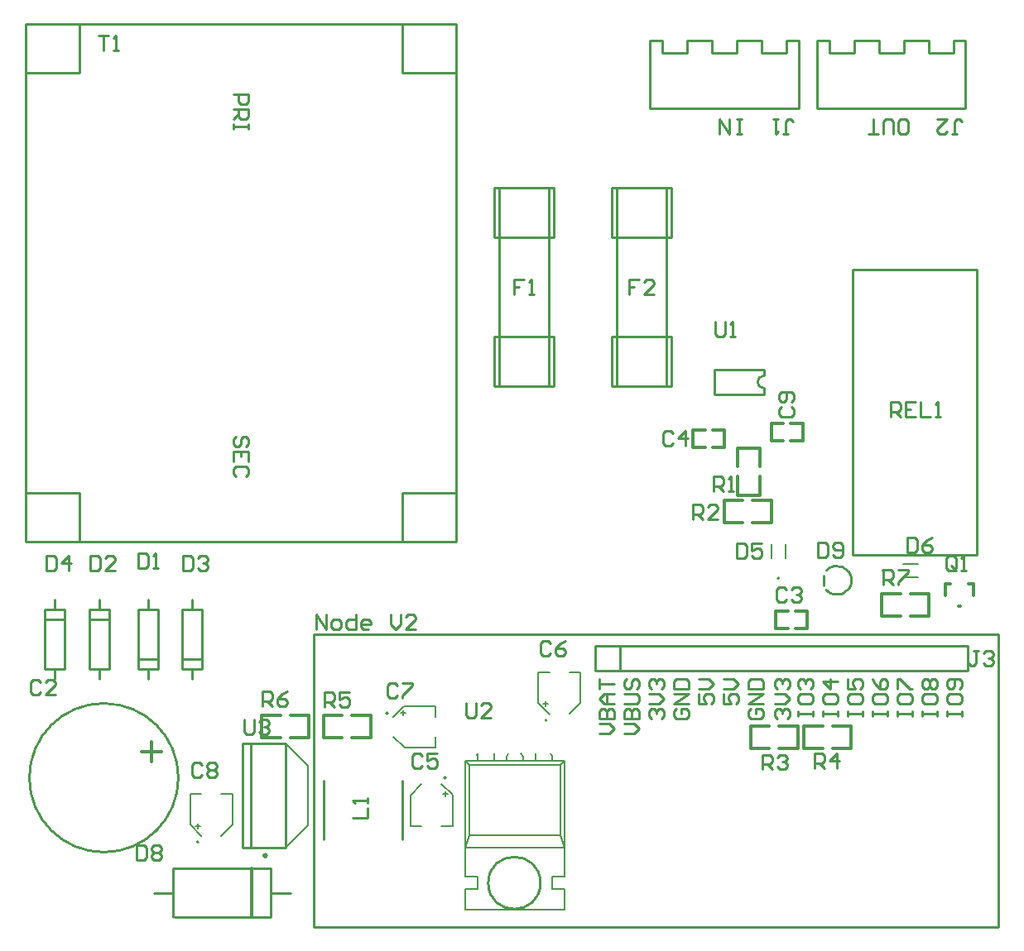
<source format=gbr>
%TF.GenerationSoftware,Altium Limited,Altium Designer,24.0.1 (36)*%
G04 Layer_Color=65535*
%FSLAX45Y45*%
%MOMM*%
%TF.SameCoordinates,95B5C6B2-F670-4A0E-B731-85317CB4A22F*%
%TF.FilePolarity,Positive*%
%TF.FileFunction,Legend,Top*%
%TF.Part,Single*%
G01*
G75*
%TA.AperFunction,NonConductor*%
%ADD27C,0.25400*%
%ADD46C,0.20000*%
%ADD47C,0.12700*%
%ADD48C,0.30480*%
%ADD49C,0.30000*%
%ADD50R,0.35000X0.35000*%
D27*
X5314993Y452032D02*
G03*
X5314993Y452032I-266700J0D01*
G01*
X8238898Y3451243D02*
G03*
X8238898Y3648757I111102J98757D01*
G01*
X1612000Y1529215D02*
G03*
X1612000Y1529215I-762000J0D01*
G01*
X7599900Y5644566D02*
G03*
X7599900Y5517566I0J-63500D01*
G01*
X3000000Y0D02*
Y3000000D01*
X10000000D01*
Y2900000D02*
Y3000000D01*
Y0D02*
Y2900000D01*
X3000000Y0D02*
X10000000D01*
X9683000Y2813500D02*
Y2877000D01*
Y2623000D02*
Y2686500D01*
X5873000Y2623000D02*
X9683000Y2623000D01*
Y2686500D02*
Y2813500D01*
X5873000Y2877000D02*
X9683000Y2877000D01*
X5873000Y2623000D02*
Y2877000D01*
X6127000Y2623000D02*
Y2877000D01*
X8146000Y8382500D02*
Y9081000D01*
Y8382500D02*
X8643000D01*
X9662000D02*
Y8463500D01*
X8643000Y8382500D02*
X9662000D01*
Y8463500D02*
Y9081000D01*
X9543000Y8954000D02*
Y9081000D01*
X9289000Y8954000D02*
Y9081000D01*
X9035000Y8954000D02*
Y9081000D01*
X8781000Y8954000D02*
Y9081000D01*
X8527000Y8954000D02*
Y9081000D01*
X8273000Y8954000D02*
Y9081000D01*
X9543000D02*
X9662000D01*
X9289000Y8954000D02*
X9543000D01*
X9035000Y9081000D02*
X9289000D01*
X9035000Y8954000D02*
Y9081000D01*
X8781000Y8954000D02*
X9035000D01*
X8781000D02*
Y9081000D01*
X8527000D02*
X8781000D01*
X8273000Y8954000D02*
X8527000D01*
X8146000Y9081000D02*
X8273000D01*
X6604813Y5534330D02*
X6655613D01*
Y6042330D01*
X6604813D02*
X6655613D01*
X6604813Y7058330D02*
X6655613D01*
Y7566330D01*
X6604813D02*
X6655613D01*
X6046013Y5534330D02*
X6096813D01*
X6046013D02*
Y6042330D01*
X6096813D01*
X6046013Y7058330D02*
X6096813D01*
X6046013D02*
Y7566330D01*
X6096813D01*
Y6042330D02*
X6604813D01*
X6096813Y7058330D02*
X6604813D01*
X6096813Y5534330D02*
Y7566330D01*
Y5534330D02*
X6604813D01*
Y7566330D01*
X6096813D02*
X6604813D01*
X5404813Y5534330D02*
X5455613D01*
Y6042330D01*
X5404813D02*
X5455613D01*
X5404813Y7058330D02*
X5455613D01*
Y7566330D01*
X5404813D02*
X5455613D01*
X4846013Y5534330D02*
X4896813D01*
X4846013D02*
Y6042330D01*
X4896813D01*
X4846013Y7058330D02*
X4896813D01*
X4846013D02*
Y7566330D01*
X4896813D01*
Y6042330D02*
X5404813D01*
X4896813Y7058330D02*
X5404813D01*
X4896813Y5534330D02*
Y7566330D01*
Y5534330D02*
X5404813D01*
Y7566330D01*
X4896813D02*
X5404813D01*
X6438000Y8382500D02*
Y9081000D01*
Y8382500D02*
X6935000D01*
X7954000D02*
Y8463500D01*
X6935000Y8382500D02*
X7954000D01*
Y8463500D02*
Y9081000D01*
X7835000Y8954000D02*
Y9081000D01*
X7581000Y8954000D02*
Y9081000D01*
X7327000Y8954000D02*
Y9081000D01*
X7073000Y8954000D02*
Y9081000D01*
X6819000Y8954000D02*
Y9081000D01*
X6565000Y8954000D02*
Y9081000D01*
X7835000D02*
X7954000D01*
X7581000Y8954000D02*
X7835000D01*
X7327000Y9081000D02*
X7581000D01*
X7327000Y8954000D02*
Y9081000D01*
X7073000Y8954000D02*
X7327000D01*
X7073000D02*
Y9081000D01*
X6819000D02*
X7073000D01*
X6565000Y8954000D02*
X6819000D01*
X6438000Y9081000D02*
X6565000D01*
X3900000Y8750000D02*
X4450000D01*
X3900000D02*
Y9250000D01*
X600000Y8750000D02*
Y9250000D01*
X50000Y8750000D02*
X600000D01*
X50000Y4450000D02*
X600000D01*
Y3950000D02*
Y4450000D01*
X3900000D02*
X4450000D01*
X3900000Y3950000D02*
Y4450000D01*
X50000Y3950000D02*
Y9250000D01*
Y3950000D02*
X4450000D01*
Y9250000D01*
X50000D02*
X4450000D01*
X8509000Y6731000D02*
X9779000D01*
Y3810000D02*
Y6731000D01*
X8509000Y3810000D02*
X9779000D01*
X8509000D02*
Y6731000D01*
X8210300Y3499200D02*
Y3600800D01*
X3100000Y1200000D02*
Y1500000D01*
Y900000D02*
Y1200000D01*
X3900000D02*
Y1500000D01*
Y900000D02*
Y1200000D01*
X1198400Y2645200D02*
X1401600D01*
X1198400Y2746800D02*
X1401600D01*
X1198400Y3254800D02*
X1401600D01*
X1300000D02*
Y3356400D01*
Y2543600D02*
Y2645200D01*
X1401600D02*
Y3254800D01*
X1198400Y2645200D02*
Y3254800D01*
X901600Y2645200D02*
Y3254800D01*
X698400Y2645200D02*
Y3254800D01*
X800000D02*
Y3356400D01*
Y2543600D02*
Y2645200D01*
X698400D02*
X901600D01*
X698400Y3153200D02*
X901600D01*
X698400Y3254800D02*
X901600D01*
X7599900Y5644566D02*
Y5708066D01*
Y5454066D02*
Y5517566D01*
X7091900Y5454066D02*
X7599900D01*
X7091900D02*
Y5708066D01*
X7599900D01*
X451600Y2645200D02*
Y3254800D01*
X248400Y2645200D02*
Y3254800D01*
X350000D02*
Y3356400D01*
Y2543600D02*
Y2645200D01*
X248400D02*
X451600D01*
X248400Y3153200D02*
X451600D01*
X248400Y3254800D02*
X451600D01*
X1648400Y2645200D02*
Y3254800D01*
X1851600Y2645200D02*
Y3254800D01*
X1750000Y2543600D02*
Y2645200D01*
Y3254800D02*
Y3356400D01*
X1648400Y3254800D02*
X1851600D01*
X1648400Y2746800D02*
X1851600D01*
X1648400Y2645200D02*
X1851600D01*
X2350600Y816600D02*
Y1883400D01*
X2271100D02*
X2350600D01*
X2271000Y1883300D02*
X2271100Y1883400D01*
X2271000Y816500D02*
Y1883300D01*
Y816500D02*
X2271100Y816600D01*
X2350600Y1883400D02*
X2706200D01*
X2271100Y816600D02*
X2706200D01*
Y1883400D01*
X1570714Y100000D02*
X2559714D01*
X1559714Y600000D02*
X2559714D01*
Y350000D02*
X2761315D01*
X1359714D02*
X1559714D01*
Y100000D02*
Y600000D01*
X2559714Y100000D02*
Y600000D01*
X3025400Y3050400D02*
Y3202751D01*
X3126967Y3050400D01*
Y3202751D01*
X3203143Y3050400D02*
X3253926D01*
X3279318Y3075792D01*
Y3126575D01*
X3253926Y3151967D01*
X3203143D01*
X3177751Y3126575D01*
Y3075792D01*
X3203143Y3050400D01*
X3431669Y3202751D02*
Y3050400D01*
X3355493D01*
X3330102Y3075792D01*
Y3126575D01*
X3355493Y3151967D01*
X3431669D01*
X3558628Y3050400D02*
X3507844D01*
X3482452Y3075792D01*
Y3126575D01*
X3507844Y3151967D01*
X3558628D01*
X3584020Y3126575D01*
Y3101184D01*
X3482452D01*
X3787154Y3202751D02*
Y3101184D01*
X3837937Y3050400D01*
X3888721Y3101184D01*
Y3202751D01*
X4041072Y3050400D02*
X3939504D01*
X4041072Y3151967D01*
Y3177359D01*
X4015680Y3202751D01*
X3964896D01*
X3939504Y3177359D01*
X8715049Y2159800D02*
Y2210584D01*
Y2185192D01*
X8867400D01*
Y2159800D01*
Y2210584D01*
X8715049Y2362934D02*
Y2312151D01*
X8740441Y2286759D01*
X8842008D01*
X8867400Y2312151D01*
Y2362934D01*
X8842008Y2388326D01*
X8740441D01*
X8715049Y2362934D01*
Y2540677D02*
X8740441Y2489893D01*
X8791224Y2439110D01*
X8842008D01*
X8867400Y2464502D01*
Y2515285D01*
X8842008Y2540677D01*
X8816616D01*
X8791224Y2515285D01*
Y2439110D01*
X9477049Y2159800D02*
Y2210584D01*
Y2185192D01*
X9629400D01*
Y2159800D01*
Y2210584D01*
X9477049Y2362934D02*
Y2312151D01*
X9502441Y2286759D01*
X9604008D01*
X9629400Y2312151D01*
Y2362934D01*
X9604008Y2388326D01*
X9502441D01*
X9477049Y2362934D01*
X9604008Y2439110D02*
X9629400Y2464502D01*
Y2515285D01*
X9604008Y2540677D01*
X9502441D01*
X9477049Y2515285D01*
Y2464502D01*
X9502441Y2439110D01*
X9527833D01*
X9553224Y2464502D01*
Y2540677D01*
X9223049Y2159800D02*
Y2210584D01*
Y2185192D01*
X9375400D01*
Y2159800D01*
Y2210584D01*
X9223049Y2362934D02*
Y2312151D01*
X9248441Y2286759D01*
X9350008D01*
X9375400Y2312151D01*
Y2362934D01*
X9350008Y2388326D01*
X9248441D01*
X9223049Y2362934D01*
X9248441Y2439110D02*
X9223049Y2464502D01*
Y2515285D01*
X9248441Y2540677D01*
X9273833D01*
X9299224Y2515285D01*
X9324616Y2540677D01*
X9350008D01*
X9375400Y2515285D01*
Y2464502D01*
X9350008Y2439110D01*
X9324616D01*
X9299224Y2464502D01*
X9273833Y2439110D01*
X9248441D01*
X9299224Y2464502D02*
Y2515285D01*
X8969049Y2159800D02*
Y2210584D01*
Y2185192D01*
X9121400D01*
Y2159800D01*
Y2210584D01*
X8969049Y2362934D02*
Y2312151D01*
X8994441Y2286759D01*
X9096008D01*
X9121400Y2312151D01*
Y2362934D01*
X9096008Y2388326D01*
X8994441D01*
X8969049Y2362934D01*
Y2439110D02*
Y2540677D01*
X8994441D01*
X9096008Y2439110D01*
X9121400D01*
X8461049Y2159800D02*
Y2210584D01*
Y2185192D01*
X8613400D01*
Y2159800D01*
Y2210584D01*
X8461049Y2362934D02*
Y2312151D01*
X8486441Y2286759D01*
X8588008D01*
X8613400Y2312151D01*
Y2362934D01*
X8588008Y2388326D01*
X8486441D01*
X8461049Y2362934D01*
Y2540677D02*
Y2439110D01*
X8537224D01*
X8511833Y2489893D01*
Y2515285D01*
X8537224Y2540677D01*
X8588008D01*
X8613400Y2515285D01*
Y2464502D01*
X8588008Y2439110D01*
X8207049Y2159800D02*
Y2210584D01*
Y2185192D01*
X8359400D01*
Y2159800D01*
Y2210584D01*
X8207049Y2362934D02*
Y2312151D01*
X8232441Y2286759D01*
X8334008D01*
X8359400Y2312151D01*
Y2362934D01*
X8334008Y2388326D01*
X8232441D01*
X8207049Y2362934D01*
X8359400Y2515285D02*
X8207049D01*
X8283224Y2439110D01*
Y2540677D01*
X7953049Y2159800D02*
Y2210584D01*
Y2185192D01*
X8105400D01*
Y2159800D01*
Y2210584D01*
X7953049Y2362934D02*
Y2312151D01*
X7978441Y2286759D01*
X8080008D01*
X8105400Y2312151D01*
Y2362934D01*
X8080008Y2388326D01*
X7978441D01*
X7953049Y2362934D01*
X7978441Y2439110D02*
X7953049Y2464502D01*
Y2515285D01*
X7978441Y2540677D01*
X8003833D01*
X8029224Y2515285D01*
Y2489893D01*
Y2515285D01*
X8054616Y2540677D01*
X8080008D01*
X8105400Y2515285D01*
Y2464502D01*
X8080008Y2439110D01*
X5921049Y1982000D02*
X6022616D01*
X6073400Y2032784D01*
X6022616Y2083567D01*
X5921049D01*
Y2134351D02*
X6073400D01*
Y2210526D01*
X6048008Y2235918D01*
X6022616D01*
X5997224Y2210526D01*
Y2134351D01*
Y2210526D01*
X5971833Y2235918D01*
X5946441D01*
X5921049Y2210526D01*
Y2134351D01*
X6073400Y2286702D02*
X5971833D01*
X5921049Y2337485D01*
X5971833Y2388269D01*
X6073400D01*
X5997224D01*
Y2286702D01*
X5921049Y2439052D02*
Y2540620D01*
Y2489836D01*
X6073400D01*
X6175049Y1982000D02*
X6276616D01*
X6327400Y2032784D01*
X6276616Y2083567D01*
X6175049D01*
Y2134351D02*
X6327400D01*
Y2210526D01*
X6302008Y2235918D01*
X6276616D01*
X6251224Y2210526D01*
Y2134351D01*
Y2210526D01*
X6225833Y2235918D01*
X6200441D01*
X6175049Y2210526D01*
Y2134351D01*
Y2286702D02*
X6302008D01*
X6327400Y2312093D01*
Y2362877D01*
X6302008Y2388269D01*
X6175049D01*
X6200441Y2540620D02*
X6175049Y2515228D01*
Y2464444D01*
X6200441Y2439052D01*
X6225833D01*
X6251224Y2464444D01*
Y2515228D01*
X6276616Y2540620D01*
X6302008D01*
X6327400Y2515228D01*
Y2464444D01*
X6302008Y2439052D01*
X7738530Y2136825D02*
X7713138Y2162217D01*
Y2213001D01*
X7738530Y2238393D01*
X7763921D01*
X7789313Y2213001D01*
Y2187609D01*
Y2213001D01*
X7814705Y2238393D01*
X7840097D01*
X7865488Y2213001D01*
Y2162217D01*
X7840097Y2136825D01*
X7713138Y2289176D02*
X7814705D01*
X7865488Y2339960D01*
X7814705Y2390743D01*
X7713138D01*
X7738530Y2441527D02*
X7713138Y2466919D01*
Y2517702D01*
X7738530Y2543094D01*
X7763921D01*
X7789313Y2517702D01*
Y2492310D01*
Y2517702D01*
X7814705Y2543094D01*
X7840097D01*
X7865488Y2517702D01*
Y2466919D01*
X7840097Y2441527D01*
X6454441Y2134400D02*
X6429049Y2159792D01*
Y2210575D01*
X6454441Y2235967D01*
X6479833D01*
X6505224Y2210575D01*
Y2185184D01*
Y2210575D01*
X6530616Y2235967D01*
X6556008D01*
X6581400Y2210575D01*
Y2159792D01*
X6556008Y2134400D01*
X6429049Y2286751D02*
X6530616D01*
X6581400Y2337534D01*
X6530616Y2388318D01*
X6429049D01*
X6454441Y2439102D02*
X6429049Y2464493D01*
Y2515277D01*
X6454441Y2540669D01*
X6479833D01*
X6505224Y2515277D01*
Y2489885D01*
Y2515277D01*
X6530616Y2540669D01*
X6556008D01*
X6581400Y2515277D01*
Y2464493D01*
X6556008Y2439102D01*
X7191049Y2388367D02*
Y2286800D01*
X7267224D01*
X7241833Y2337584D01*
Y2362975D01*
X7267224Y2388367D01*
X7318008D01*
X7343400Y2362975D01*
Y2312192D01*
X7318008Y2286800D01*
X7191049Y2439151D02*
X7292616D01*
X7343400Y2489934D01*
X7292616Y2540718D01*
X7191049D01*
X6937049Y2388367D02*
Y2286800D01*
X7013224D01*
X6987833Y2337584D01*
Y2362975D01*
X7013224Y2388367D01*
X7064008D01*
X7089400Y2362975D01*
Y2312192D01*
X7064008Y2286800D01*
X6937049Y2439151D02*
X7038616D01*
X7089400Y2489934D01*
X7038616Y2540718D01*
X6937049D01*
X7470441Y2235967D02*
X7445049Y2210575D01*
Y2159792D01*
X7470441Y2134400D01*
X7572008D01*
X7597400Y2159792D01*
Y2210575D01*
X7572008Y2235967D01*
X7521224D01*
Y2185184D01*
X7597400Y2286751D02*
X7445049D01*
X7597400Y2388318D01*
X7445049D01*
Y2439102D02*
X7597400D01*
Y2515277D01*
X7572008Y2540669D01*
X7470441D01*
X7445049Y2515277D01*
Y2439102D01*
X6708441Y2235967D02*
X6683049Y2210575D01*
Y2159792D01*
X6708441Y2134400D01*
X6810008D01*
X6835400Y2159792D01*
Y2210575D01*
X6810008Y2235967D01*
X6759224D01*
Y2185184D01*
X6835400Y2286751D02*
X6683049D01*
X6835400Y2388318D01*
X6683049D01*
Y2439102D02*
X6835400D01*
Y2515277D01*
X6810008Y2540669D01*
X6708441D01*
X6683049Y2515277D01*
Y2439102D01*
X8998425Y8122249D02*
X9049208D01*
X9074600Y8147641D01*
Y8249208D01*
X9049208Y8274599D01*
X8998425D01*
X8973033Y8249208D01*
Y8147641D01*
X8998425Y8122249D01*
X8922249D02*
Y8249208D01*
X8896857Y8274599D01*
X8846074D01*
X8820682Y8249208D01*
Y8122249D01*
X8769899D02*
X8668331D01*
X8719115D01*
Y8274599D01*
X7374600Y8122249D02*
X7323816D01*
X7349208D01*
Y8274599D01*
X7374600D01*
X7323816D01*
X7247641D02*
Y8122249D01*
X7146074Y8274599D01*
Y8122249D01*
X2302359Y4923033D02*
X2327751Y4948425D01*
Y4999208D01*
X2302359Y5024600D01*
X2276968D01*
X2251576Y4999208D01*
Y4948425D01*
X2226184Y4923033D01*
X2200792D01*
X2175400Y4948425D01*
Y4999208D01*
X2200792Y5024600D01*
X2327751Y4770682D02*
Y4872249D01*
X2175400D01*
Y4770682D01*
X2251576Y4872249D02*
Y4821466D01*
X2302359Y4618331D02*
X2327751Y4643723D01*
Y4694507D01*
X2302359Y4719899D01*
X2200792D01*
X2175400Y4694507D01*
Y4643723D01*
X2200792Y4618331D01*
X2175401Y8524600D02*
X2327751D01*
Y8448424D01*
X2302359Y8423032D01*
X2251576D01*
X2226184Y8448424D01*
Y8524600D01*
X2175401Y8372249D02*
X2327751D01*
Y8296074D01*
X2302359Y8270682D01*
X2251576D01*
X2226184Y8296074D01*
Y8372249D01*
Y8321465D02*
X2175401Y8270682D01*
X2327751Y8219898D02*
Y8169115D01*
Y8194506D01*
X2175401D01*
Y8219898D01*
Y8169115D01*
X9799608Y2826175D02*
X9748825D01*
X9774216D01*
Y2699217D01*
X9748825Y2673825D01*
X9723433D01*
X9698041Y2699217D01*
X9850392Y2800784D02*
X9875784Y2826175D01*
X9926567D01*
X9951959Y2800784D01*
Y2775392D01*
X9926567Y2750000D01*
X9901175D01*
X9926567D01*
X9951959Y2724608D01*
Y2699217D01*
X9926567Y2673825D01*
X9875784D01*
X9850392Y2699217D01*
X8818880Y3505200D02*
Y3657551D01*
X8895055D01*
X8920447Y3632159D01*
Y3581375D01*
X8895055Y3555983D01*
X8818880D01*
X8869663D02*
X8920447Y3505200D01*
X8971231Y3657551D02*
X9072798D01*
Y3632159D01*
X8971231Y3530592D01*
Y3505200D01*
X8150860Y3939491D02*
Y3787140D01*
X8227035D01*
X8252427Y3812532D01*
Y3914099D01*
X8227035Y3939491D01*
X8150860D01*
X8303211Y3812532D02*
X8328603Y3787140D01*
X8379386D01*
X8404778Y3812532D01*
Y3914099D01*
X8379386Y3939491D01*
X8328603D01*
X8303211Y3914099D01*
Y3888707D01*
X8328603Y3863315D01*
X8404778D01*
X7782767Y5329608D02*
X7757375Y5304216D01*
Y5253433D01*
X7782767Y5228041D01*
X7884333D01*
X7909725Y5253433D01*
Y5304216D01*
X7884333Y5329608D01*
Y5380392D02*
X7909725Y5405784D01*
Y5456567D01*
X7884333Y5481959D01*
X7782767D01*
X7757375Y5456567D01*
Y5405784D01*
X7782767Y5380392D01*
X7808158D01*
X7833550Y5405784D01*
Y5481959D01*
X5415247Y2905719D02*
X5389855Y2931111D01*
X5339072D01*
X5313680Y2905719D01*
Y2804152D01*
X5339072Y2778760D01*
X5389855D01*
X5415247Y2804152D01*
X5567598Y2931111D02*
X5516814Y2905719D01*
X5466031Y2854935D01*
Y2804152D01*
X5491423Y2778760D01*
X5542206D01*
X5567598Y2804152D01*
Y2829543D01*
X5542206Y2854935D01*
X5466031D01*
X4104607Y1757639D02*
X4079215Y1783031D01*
X4028432D01*
X4003040Y1757639D01*
Y1656072D01*
X4028432Y1630680D01*
X4079215D01*
X4104607Y1656072D01*
X4256958Y1783031D02*
X4155391D01*
Y1706855D01*
X4206174Y1732247D01*
X4231566D01*
X4256958Y1706855D01*
Y1656072D01*
X4231566Y1630680D01*
X4180783D01*
X4155391Y1656072D01*
X4556760Y2296111D02*
Y2169152D01*
X4582152Y2143760D01*
X4632935D01*
X4658327Y2169152D01*
Y2296111D01*
X4810678Y2143760D02*
X4709111D01*
X4810678Y2245327D01*
Y2270719D01*
X4785286Y2296111D01*
X4734503D01*
X4709111Y2270719D01*
X2283460Y2123391D02*
Y1996432D01*
X2308852Y1971040D01*
X2359635D01*
X2385027Y1996432D01*
Y2123391D01*
X2435811Y2097999D02*
X2461203Y2123391D01*
X2511986D01*
X2537378Y2097999D01*
Y2072607D01*
X2511986Y2047215D01*
X2486594D01*
X2511986D01*
X2537378Y2021823D01*
Y1996432D01*
X2511986Y1971040D01*
X2461203D01*
X2435811Y1996432D01*
X7104380Y6195011D02*
Y6068052D01*
X7129772Y6042660D01*
X7180555D01*
X7205947Y6068052D01*
Y6195011D01*
X7256731Y6042660D02*
X7307514D01*
X7282123D01*
Y6195011D01*
X7256731Y6169619D01*
X798433Y9126175D02*
X900000D01*
X849216D01*
Y8973825D01*
X950784D02*
X1001567D01*
X976176D01*
Y9126175D01*
X950784Y9100783D01*
X8896082Y5223825D02*
Y5376175D01*
X8972258D01*
X8997650Y5350784D01*
Y5300000D01*
X8972258Y5274608D01*
X8896082D01*
X8946866D02*
X8997650Y5223825D01*
X9150000Y5376175D02*
X9048433D01*
Y5223825D01*
X9150000D01*
X9048433Y5300000D02*
X9099216D01*
X9200784Y5376175D02*
Y5223825D01*
X9302351D01*
X9353134D02*
X9403918D01*
X9378526D01*
Y5376175D01*
X9353134Y5350784D01*
X3103880Y2255520D02*
Y2407871D01*
X3180055D01*
X3205447Y2382479D01*
Y2331695D01*
X3180055Y2306303D01*
X3103880D01*
X3154663D02*
X3205447Y2255520D01*
X3357798Y2407871D02*
X3256231D01*
Y2331695D01*
X3307014Y2357087D01*
X3332406D01*
X3357798Y2331695D01*
Y2280912D01*
X3332406Y2255520D01*
X3281623D01*
X3256231Y2280912D01*
X7583041Y1613825D02*
Y1766175D01*
X7659217D01*
X7684608Y1740783D01*
Y1690000D01*
X7659217Y1664608D01*
X7583041D01*
X7633825D02*
X7684608Y1613825D01*
X7735392Y1740783D02*
X7760784Y1766175D01*
X7811567D01*
X7836959Y1740783D01*
Y1715392D01*
X7811567Y1690000D01*
X7786175D01*
X7811567D01*
X7836959Y1664608D01*
Y1639216D01*
X7811567Y1613825D01*
X7760784D01*
X7735392Y1639216D01*
X2473960Y2258060D02*
Y2410411D01*
X2550135D01*
X2575527Y2385019D01*
Y2334235D01*
X2550135Y2308843D01*
X2473960D01*
X2524743D02*
X2575527Y2258060D01*
X2727878Y2410411D02*
X2677094Y2385019D01*
X2626311Y2334235D01*
Y2283452D01*
X2651703Y2258060D01*
X2702486D01*
X2727878Y2283452D01*
Y2308843D01*
X2702486Y2334235D01*
X2626311D01*
X6873041Y4177290D02*
Y4329641D01*
X6949216D01*
X6974608Y4304249D01*
Y4253465D01*
X6949216Y4228074D01*
X6873041D01*
X6923825D02*
X6974608Y4177290D01*
X7126959D02*
X7025392D01*
X7126959Y4278857D01*
Y4304249D01*
X7101567Y4329641D01*
X7050784D01*
X7025392Y4304249D01*
X8123041Y1623825D02*
Y1776175D01*
X8199217D01*
X8224608Y1750783D01*
Y1700000D01*
X8199217Y1674608D01*
X8123041D01*
X8173825D02*
X8224608Y1623825D01*
X8351567D02*
Y1776175D01*
X8275392Y1700000D01*
X8376959D01*
X7088233Y4460496D02*
Y4612846D01*
X7164409D01*
X7189800Y4587454D01*
Y4536671D01*
X7164409Y4511279D01*
X7088233D01*
X7139017D02*
X7189800Y4460496D01*
X7240584D02*
X7291367D01*
X7265976D01*
Y4612846D01*
X7240584Y4587454D01*
X9565607Y3675372D02*
Y3776939D01*
X9540215Y3802331D01*
X9489432D01*
X9464040Y3776939D01*
Y3675372D01*
X9489432Y3649980D01*
X9540215D01*
X9514823Y3700763D02*
X9565607Y3649980D01*
X9540215D02*
X9565607Y3675372D01*
X9616391Y3649980D02*
X9667174D01*
X9641783D01*
Y3802331D01*
X9616391Y3776939D01*
X3398425Y1119033D02*
X3550775D01*
Y1220600D01*
Y1271384D02*
Y1322167D01*
Y1296776D01*
X3398425D01*
X3423817Y1271384D01*
X7800000Y8123825D02*
X7850783D01*
X7825392D01*
Y8250784D01*
X7850783Y8276175D01*
X7876175D01*
X7901567Y8250784D01*
X7749216Y8276175D02*
X7698433D01*
X7723824D01*
Y8123825D01*
X7749216Y8149217D01*
X9525392Y8123825D02*
X9576175D01*
X9550784D01*
Y8250784D01*
X9576175Y8276175D01*
X9601567D01*
X9626959Y8250784D01*
X9373041Y8276175D02*
X9474608D01*
X9373041Y8174608D01*
Y8149217D01*
X9398433Y8123825D01*
X9449216D01*
X9474608Y8149217D01*
X6324608Y6626175D02*
X6223041D01*
Y6550000D01*
X6273825D01*
X6223041D01*
Y6473825D01*
X6476959D02*
X6375392D01*
X6476959Y6575392D01*
Y6600784D01*
X6451567Y6626175D01*
X6400784D01*
X6375392Y6600784D01*
X5150000Y6626175D02*
X5048433D01*
Y6550000D01*
X5099217D01*
X5048433D01*
Y6473825D01*
X5200784D02*
X5251567D01*
X5226176D01*
Y6626175D01*
X5200784Y6600784D01*
X261620Y3799791D02*
Y3647440D01*
X337795D01*
X363187Y3672832D01*
Y3774399D01*
X337795Y3799791D01*
X261620D01*
X490146Y3647440D02*
Y3799791D01*
X413971Y3723615D01*
X515538D01*
X9067800Y3987751D02*
Y3835400D01*
X9143975D01*
X9169367Y3860792D01*
Y3962359D01*
X9143975Y3987751D01*
X9067800D01*
X9321718D02*
X9270934Y3962359D01*
X9220151Y3911575D01*
Y3860792D01*
X9245543Y3835400D01*
X9296326D01*
X9321718Y3860792D01*
Y3886183D01*
X9296326Y3911575D01*
X9220151D01*
X1198433Y3826175D02*
Y3673825D01*
X1274608D01*
X1300000Y3699217D01*
Y3800784D01*
X1274608Y3826175D01*
X1198433D01*
X1350784Y3673825D02*
X1401567D01*
X1376176D01*
Y3826175D01*
X1350784Y3800784D01*
X7323041Y3926175D02*
Y3773825D01*
X7399217D01*
X7424608Y3799216D01*
Y3900783D01*
X7399217Y3926175D01*
X7323041D01*
X7576959D02*
X7475392D01*
Y3850000D01*
X7526175Y3875392D01*
X7551567D01*
X7576959Y3850000D01*
Y3799216D01*
X7551567Y3773825D01*
X7500784D01*
X7475392Y3799216D01*
X1183640Y843231D02*
Y690880D01*
X1259815D01*
X1285207Y716272D01*
Y817839D01*
X1259815Y843231D01*
X1183640D01*
X1335991Y817839D02*
X1361383Y843231D01*
X1412166D01*
X1437558Y817839D01*
Y792447D01*
X1412166Y767055D01*
X1437558Y741663D01*
Y716272D01*
X1412166Y690880D01*
X1361383D01*
X1335991Y716272D01*
Y741663D01*
X1361383Y767055D01*
X1335991Y792447D01*
Y817839D01*
X1361383Y767055D02*
X1412166D01*
X711200Y3799791D02*
Y3647440D01*
X787375D01*
X812767Y3672832D01*
Y3774399D01*
X787375Y3799791D01*
X711200D01*
X965118Y3647440D02*
X863551D01*
X965118Y3749007D01*
Y3774399D01*
X939726Y3799791D01*
X888943D01*
X863551Y3774399D01*
X1661160Y3799791D02*
Y3647440D01*
X1737335D01*
X1762727Y3672832D01*
Y3774399D01*
X1737335Y3799791D01*
X1661160D01*
X1813511Y3774399D02*
X1838903Y3799791D01*
X1889686D01*
X1915078Y3774399D01*
Y3749007D01*
X1889686Y3723615D01*
X1864294D01*
X1889686D01*
X1915078Y3698223D01*
Y3672832D01*
X1889686Y3647440D01*
X1838903D01*
X1813511Y3672832D01*
X203167Y2506939D02*
X177775Y2532331D01*
X126992D01*
X101600Y2506939D01*
Y2405372D01*
X126992Y2379980D01*
X177775D01*
X203167Y2405372D01*
X355518Y2379980D02*
X253951D01*
X355518Y2481547D01*
Y2506939D01*
X330126Y2532331D01*
X279343D01*
X253951Y2506939D01*
X7833327Y3456899D02*
X7807935Y3482291D01*
X7757152D01*
X7731760Y3456899D01*
Y3355332D01*
X7757152Y3329940D01*
X7807935D01*
X7833327Y3355332D01*
X7884111Y3456899D02*
X7909503Y3482291D01*
X7960286D01*
X7985678Y3456899D01*
Y3431507D01*
X7960286Y3406115D01*
X7934894D01*
X7960286D01*
X7985678Y3380723D01*
Y3355332D01*
X7960286Y3329940D01*
X7909503D01*
X7884111Y3355332D01*
X1856707Y1658579D02*
X1831315Y1683971D01*
X1780532D01*
X1755140Y1658579D01*
Y1557012D01*
X1780532Y1531620D01*
X1831315D01*
X1856707Y1557012D01*
X1907491Y1658579D02*
X1932883Y1683971D01*
X1983666D01*
X2009058Y1658579D01*
Y1633187D01*
X1983666Y1607795D01*
X2009058Y1582403D01*
Y1557012D01*
X1983666Y1531620D01*
X1932883D01*
X1907491Y1557012D01*
Y1582403D01*
X1932883Y1607795D01*
X1907491Y1633187D01*
Y1658579D01*
X1932883Y1607795D02*
X1983666D01*
X6674608Y5054249D02*
X6649217Y5079641D01*
X6598433D01*
X6573041Y5054249D01*
Y4952682D01*
X6598433Y4927290D01*
X6649217D01*
X6674608Y4952682D01*
X6801567Y4927290D02*
Y5079641D01*
X6725392Y5003465D01*
X6826959D01*
X3848067Y2473919D02*
X3822675Y2499311D01*
X3771892D01*
X3746500Y2473919D01*
Y2372352D01*
X3771892Y2346960D01*
X3822675D01*
X3848067Y2372352D01*
X3898851Y2499311D02*
X4000418D01*
Y2473919D01*
X3898851Y2372352D01*
Y2346960D01*
D46*
X8829500Y3650000D02*
G03*
X8829500Y3650000I-10000J0D01*
G01*
X7760000Y3570500D02*
G03*
X7760000Y3570500I-10000J0D01*
G01*
X5380300Y2117886D02*
G03*
X5380300Y2117886I-10000J0D01*
G01*
X4349700Y1529400D02*
G03*
X4349700Y1529400I-10000J0D01*
G01*
X2520000Y732500D02*
G03*
X2520000Y732500I-20000J0D01*
G01*
X3755600Y2189700D02*
G03*
X3755600Y2189700I-10000J0D01*
G01*
X1820300Y870600D02*
G03*
X1820300Y870600I-10000J0D01*
G01*
X4542000Y809835D02*
X4584334Y936835D01*
X4965334Y1741166D02*
X4986500Y1781666D01*
X5113500D02*
X5134666Y1741166D01*
X5414701Y1781666D02*
X5426199Y1765535D01*
X4542000Y1698835D02*
X4584334Y1656500D01*
X5515666D02*
X5558000Y1698835D01*
X4584334Y936835D02*
X5515666D01*
X4584334D02*
Y1656500D01*
X5515666D01*
Y936835D02*
Y1656500D01*
Y936835D02*
X5558000Y809835D01*
X4542000D02*
X5558000D01*
X4542000Y1698835D02*
X5558000D01*
X4542000Y513500D02*
Y1698835D01*
X5558000Y513500D02*
Y1698800D01*
X5431000Y513500D02*
X5558000D01*
X5431000Y386500D02*
Y513500D01*
Y386500D02*
X5558000D01*
Y174835D02*
Y386500D01*
X4542000Y513500D02*
X4669000D01*
Y386500D02*
Y513500D01*
X4542000Y386500D02*
X4669000D01*
X4542000Y174835D02*
Y386500D01*
Y174835D02*
X5558000D01*
X5134666Y1698835D02*
Y1741166D01*
X4965334Y1698835D02*
Y1741166D01*
X5431000Y1698835D02*
Y1762335D01*
X5261666Y1698835D02*
Y1781666D01*
X4669000Y1698835D02*
Y1762335D01*
X4838334Y1698835D02*
Y1781666D01*
X4668200Y1759934D02*
X4684499Y1781666D01*
D47*
X9024000Y3580000D02*
X9174000D01*
X9024000Y3720000D02*
X9174000D01*
X7820000Y3775000D02*
Y3925000D01*
X7680000Y3775000D02*
Y3925000D01*
X5295000Y2294786D02*
X5408750Y2181036D01*
X5295000Y2294786D02*
Y2612286D01*
X5610000Y2182285D02*
X5725000Y2297285D01*
Y2612286D01*
X5295000D02*
X5407500D01*
X5612500D02*
X5725000D01*
X5344900Y2282986D02*
X5395700D01*
X5370300Y2257586D02*
Y2308386D01*
X4301250Y1466250D02*
X4415000Y1352500D01*
Y1035000D02*
Y1352500D01*
X3985000Y1350000D02*
X4100000Y1465000D01*
X3985000Y1035000D02*
Y1350000D01*
X4302500Y1035000D02*
X4415000D01*
X3985000D02*
X4097500D01*
X4314300Y1364300D02*
X4365100D01*
X4339700Y1338900D02*
Y1389700D01*
X2271000Y816500D02*
Y1883500D01*
Y816500D02*
X2706100D01*
X2934800Y1045200D01*
Y1654800D01*
X2706100Y1883500D02*
X2934800Y1654800D01*
X2271000Y1883500D02*
X2706100D01*
X3808750Y2151250D02*
X3922500Y2265000D01*
X4240000D01*
X3810000Y1950000D02*
X3925000Y1835000D01*
X4240000D01*
Y2152500D02*
Y2265000D01*
Y1835000D02*
Y1947500D01*
X3910700Y2164300D02*
Y2215100D01*
X3885300Y2189700D02*
X3936100D01*
X1735000Y1047500D02*
X1848750Y933750D01*
X1735000Y1047500D02*
Y1365000D01*
X2050000Y935000D02*
X2165000Y1050000D01*
Y1365000D01*
X1735000D02*
X1847500D01*
X2052500D02*
X2165000D01*
X1784900Y1035700D02*
X1835700D01*
X1810300Y1010300D02*
Y1061100D01*
D48*
X7756500Y1825700D02*
X7947000D01*
X7756500Y2054300D02*
X7947000D01*
X7464400D02*
X7654900D01*
X7464400Y1825700D02*
X7654900D01*
X7947000D02*
Y2054300D01*
X7464400Y1825700D02*
Y2054300D01*
X8305100Y1825700D02*
X8495600D01*
X8305100Y2054300D02*
X8495600D01*
X8013000D02*
X8203500D01*
X8013000Y1825700D02*
X8203500D01*
X8495600D02*
Y2054300D01*
X8013000Y1825700D02*
Y2054300D01*
X7924600Y3061100D02*
X8038900D01*
X7924600Y3238900D02*
X8038900D01*
X7721400D02*
X7848400D01*
X7721400Y3061100D02*
X7848400D01*
X8038900D02*
Y3238900D01*
X7721400Y3061100D02*
Y3238900D01*
X7079200Y4907966D02*
X7193500D01*
X7079200Y5085766D02*
X7193500D01*
X6876000D02*
X7003000D01*
X6876000Y4907966D02*
X7003000D01*
X7193500D02*
Y5085766D01*
X6876000Y4907966D02*
Y5085766D01*
X7681400Y5158900D02*
X7795700D01*
X7681400Y4981100D02*
X7795700D01*
X7871900D02*
X7998900D01*
X7871900Y5158900D02*
X7998900D01*
X7681400Y4981100D02*
Y5158900D01*
X7998900Y4981100D02*
Y5158900D01*
X7335700Y4423671D02*
Y4614171D01*
X7564300Y4423671D02*
Y4614171D01*
Y4715771D02*
Y4906271D01*
X7335700Y4715771D02*
Y4906271D01*
Y4423671D02*
X7564300D01*
X7335700Y4906271D02*
X7564300D01*
X7486500Y4139165D02*
X7677000D01*
X7486500Y4367765D02*
X7677000D01*
X7194400D02*
X7384900D01*
X7194400Y4139165D02*
X7384900D01*
X7677000D02*
Y4367765D01*
X7194400Y4139165D02*
Y4367765D01*
X3386500Y1935700D02*
X3577000D01*
X3386500Y2164300D02*
X3577000D01*
X3094400D02*
X3284900D01*
X3094400Y1935700D02*
X3284900D01*
X3577000D02*
Y2164300D01*
X3094400Y1935700D02*
Y2164300D01*
X2756134Y1936765D02*
X2946634D01*
X2756134Y2165365D02*
X2946634D01*
X2464034D02*
X2654534D01*
X2464034Y1936765D02*
X2654534D01*
X2946634D02*
Y2165365D01*
X2464034Y1936765D02*
Y2165365D01*
X9744780Y3398400D02*
Y3512700D01*
X9452680Y3398400D02*
Y3512700D01*
X9693980D02*
X9744780D01*
X9592380Y3284100D02*
X9605080D01*
X9452680Y3512700D02*
X9503480D01*
X1340000Y1748415D02*
Y1850015D01*
X1289200Y1799215D02*
X1390800D01*
X1340000Y1697615D02*
Y1748415D01*
Y1850015D02*
Y1900815D01*
X1238400Y1799215D02*
X1289200D01*
X1390800D02*
X1441600D01*
X8808700Y3185700D02*
Y3414300D01*
X9291300Y3185700D02*
Y3414300D01*
X8808700Y3185700D02*
X8999200D01*
X8808700Y3414300D02*
X8999200D01*
X9100800D02*
X9291300D01*
X9100800Y3185700D02*
X9291300D01*
D49*
X2359714Y100000D02*
Y600000D01*
D50*
X2497500Y735000D02*
D03*
%TF.MD5,d62c668c82ef1169af7df0cb028393dd*%
M02*

</source>
